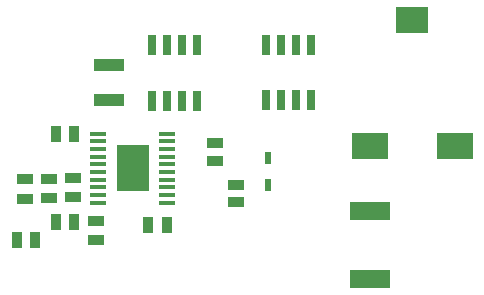
<source format=gtp>
G04*
G04 #@! TF.GenerationSoftware,Altium Limited,Altium Designer,24.0.1 (36)*
G04*
G04 Layer_Color=8421504*
%FSLAX44Y44*%
%MOMM*%
G71*
G04*
G04 #@! TF.SameCoordinates,90447B52-5C6C-4E24-8687-CF59556E230F*
G04*
G04*
G04 #@! TF.FilePolarity,Positive*
G04*
G01*
G75*
%ADD15R,2.5000X1.0000*%
%ADD16R,2.7700X2.2600*%
%ADD17R,3.0700X2.2600*%
%ADD18R,0.7200X1.7800*%
%ADD19R,1.3500X0.8500*%
%ADD20R,0.9500X1.3500*%
%ADD21R,1.4500X0.4500*%
%ADD22R,2.7400X3.8600*%
%ADD23R,0.8500X1.3500*%
%ADD24R,1.3500X0.9500*%
%ADD25R,3.4200X1.5400*%
%ADD26R,0.5500X1.0500*%
D15*
X706120Y621270D02*
D03*
Y651270D02*
D03*
D16*
X963150Y689330D02*
D03*
D17*
X999200Y582930D02*
D03*
X927100D02*
D03*
D18*
X877570Y668560D02*
D03*
X864870D02*
D03*
X852170D02*
D03*
X839470D02*
D03*
X877570Y621760D02*
D03*
X864870D02*
D03*
X852170D02*
D03*
X839470D02*
D03*
X780983Y667830D02*
D03*
X768282D02*
D03*
X755583D02*
D03*
X742883D02*
D03*
X780983Y621030D02*
D03*
X768282D02*
D03*
X755583D02*
D03*
X742883D02*
D03*
D19*
X635000Y537850D02*
D03*
Y554350D02*
D03*
X675640Y539120D02*
D03*
Y555620D02*
D03*
X655320Y554980D02*
D03*
Y538480D02*
D03*
X695778Y502920D02*
D03*
Y519420D02*
D03*
D20*
X676910Y518160D02*
D03*
X661910D02*
D03*
X628770Y502920D02*
D03*
X643770D02*
D03*
X676790Y593090D02*
D03*
X661790D02*
D03*
D21*
X697190Y593130D02*
D03*
Y586630D02*
D03*
Y580130D02*
D03*
Y573630D02*
D03*
Y567130D02*
D03*
Y560630D02*
D03*
Y554130D02*
D03*
Y547630D02*
D03*
Y541130D02*
D03*
Y534630D02*
D03*
X755690D02*
D03*
Y541130D02*
D03*
Y547630D02*
D03*
Y554130D02*
D03*
Y560630D02*
D03*
Y567130D02*
D03*
Y573630D02*
D03*
Y580130D02*
D03*
Y586630D02*
D03*
Y593130D02*
D03*
D22*
X726440Y563880D02*
D03*
D23*
X755650Y515620D02*
D03*
X739150D02*
D03*
D24*
X814070Y549910D02*
D03*
Y534910D02*
D03*
X796290Y570230D02*
D03*
Y585230D02*
D03*
D25*
X927100Y528010D02*
D03*
Y470210D02*
D03*
D26*
X840740Y549910D02*
D03*
Y572910D02*
D03*
M02*

</source>
